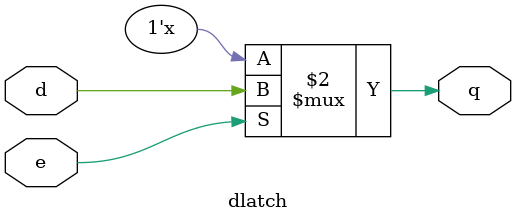
<source format=v>
`timescale 1ns / 1ps


module dlatch(e,d,q);
    input e;
    input d;
    output q;
    reg q;
    always@(e or d)
    begin
    if(e)
    q<=d;
    end
endmodule

</source>
